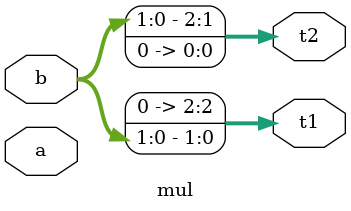
<source format=v>
module mul(a, b, t1, t2);
input [1:0] a;
input [1:0] b;
//output [3:0] pro;

output reg [2:0] t1;
output reg [2:0] t2;
always @* begin
  t1 = b;
  t2 = b << 1;
end
//rca_add #(3) unit(t2 , t1, pro);

//assign c = (t2 << 1) + t1;

endmodule

</source>
